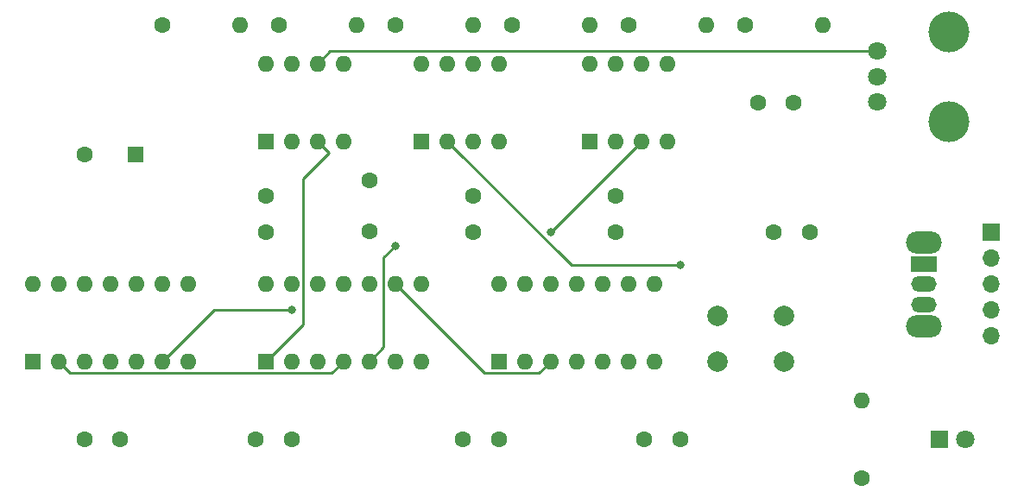
<source format=gbr>
%TF.GenerationSoftware,KiCad,Pcbnew,(7.0.0)*%
%TF.CreationDate,2023-05-14T14:46:27-04:00*%
%TF.ProjectId,8bc_clock,3862635f-636c-46f6-936b-2e6b69636164,rev?*%
%TF.SameCoordinates,Original*%
%TF.FileFunction,Copper,L4,Bot*%
%TF.FilePolarity,Positive*%
%FSLAX46Y46*%
G04 Gerber Fmt 4.6, Leading zero omitted, Abs format (unit mm)*
G04 Created by KiCad (PCBNEW (7.0.0)) date 2023-05-14 14:46:27*
%MOMM*%
%LPD*%
G01*
G04 APERTURE LIST*
%TA.AperFunction,ComponentPad*%
%ADD10C,2.000000*%
%TD*%
%TA.AperFunction,ComponentPad*%
%ADD11R,1.800000X1.800000*%
%TD*%
%TA.AperFunction,ComponentPad*%
%ADD12C,1.800000*%
%TD*%
%TA.AperFunction,ComponentPad*%
%ADD13C,1.600000*%
%TD*%
%TA.AperFunction,ComponentPad*%
%ADD14O,1.600000X1.600000*%
%TD*%
%TA.AperFunction,ComponentPad*%
%ADD15R,1.600000X1.600000*%
%TD*%
%TA.AperFunction,WasherPad*%
%ADD16C,4.000000*%
%TD*%
%TA.AperFunction,ComponentPad*%
%ADD17O,3.500000X2.200000*%
%TD*%
%TA.AperFunction,ComponentPad*%
%ADD18R,2.500000X1.500000*%
%TD*%
%TA.AperFunction,ComponentPad*%
%ADD19O,2.500000X1.500000*%
%TD*%
%TA.AperFunction,ComponentPad*%
%ADD20R,1.700000X1.700000*%
%TD*%
%TA.AperFunction,ComponentPad*%
%ADD21O,1.700000X1.700000*%
%TD*%
%TA.AperFunction,ViaPad*%
%ADD22C,0.800000*%
%TD*%
%TA.AperFunction,Conductor*%
%ADD23C,0.250000*%
%TD*%
G04 APERTURE END LIST*
D10*
%TO.P,SW2,1*%
%TO.N,GND*%
X153520000Y-92020000D03*
X160020000Y-92020000D03*
%TO.P,SW2,2*%
%TO.N,Net-(U2-TR)*%
X153520000Y-96520000D03*
X160020000Y-96520000D03*
%TD*%
D11*
%TO.P,D1,1,K*%
%TO.N,Net-(D1-K)*%
X175259999Y-104139999D03*
D12*
%TO.P,D1,2,A*%
%TO.N,CLK*%
X177800000Y-104140000D03*
%TD*%
D13*
%TO.P,R1,1*%
%TO.N,+5V*%
X99060000Y-63500000D03*
D14*
%TO.P,R1,2*%
%TO.N,Net-(U1-DIS)*%
X106679999Y-63499999D03*
%TD*%
D15*
%TO.P,U1,1,GND*%
%TO.N,GND*%
X109219999Y-74919999D03*
D14*
%TO.P,U1,2,TR*%
%TO.N,Net-(U1-THR)*%
X111759999Y-74919999D03*
%TO.P,U1,3,Q*%
%TO.N,Net-(U1-Q)*%
X114299999Y-74919999D03*
%TO.P,U1,4,R*%
%TO.N,+5V*%
X116839999Y-74919999D03*
%TO.P,U1,5,CV*%
%TO.N,Net-(U1-CV)*%
X116839999Y-67299999D03*
%TO.P,U1,6,THR*%
%TO.N,Net-(U1-THR)*%
X114299999Y-67299999D03*
%TO.P,U1,7,DIS*%
%TO.N,Net-(U1-DIS)*%
X111759999Y-67299999D03*
%TO.P,U1,8,VCC*%
%TO.N,+5V*%
X109219999Y-67299999D03*
%TD*%
D13*
%TO.P,C7,1*%
%TO.N,+5V*%
X132080000Y-104140000D03*
%TO.P,C7,2*%
%TO.N,GND*%
X128580000Y-104140000D03*
%TD*%
%TO.P,C5,1*%
%TO.N,Net-(U3-CV)*%
X157480000Y-71120000D03*
%TO.P,C5,2*%
%TO.N,GND*%
X160980000Y-71120000D03*
%TD*%
D15*
%TO.P,C2,1*%
%TO.N,Net-(U1-THR)*%
X96439999Y-76199999D03*
D13*
%TO.P,C2,2*%
%TO.N,GND*%
X91440000Y-76200000D03*
%TD*%
%TO.P,C4,1*%
%TO.N,Net-(U2-DIS)*%
X129540000Y-80320000D03*
%TO.P,C4,2*%
%TO.N,GND*%
X129540000Y-83820000D03*
%TD*%
%TO.P,C3,1*%
%TO.N,Net-(U2-CV)*%
X159060000Y-83820000D03*
%TO.P,C3,2*%
%TO.N,GND*%
X162560000Y-83820000D03*
%TD*%
%TO.P,C10,1*%
%TO.N,GND*%
X149860000Y-104140000D03*
%TO.P,C10,2*%
%TO.N,+5V*%
X146360000Y-104140000D03*
%TD*%
D16*
%TO.P,RV1,*%
%TO.N,*%
X176210000Y-64180000D03*
X176210000Y-72980000D03*
D12*
%TO.P,RV1,1,1*%
%TO.N,unconnected-(RV1-Pad1)*%
X169210000Y-71080000D03*
%TO.P,RV1,2,2*%
%TO.N,Net-(R2-Pad2)*%
X169210000Y-68580000D03*
%TO.P,RV1,3,3*%
%TO.N,Net-(U1-THR)*%
X169210000Y-66080000D03*
%TD*%
D17*
%TO.P,SW1,*%
%TO.N,*%
X173764999Y-84829999D03*
X173764999Y-93029999D03*
D18*
%TO.P,SW1,1,A*%
%TO.N,Net-(SW1-A)*%
X173764999Y-86929999D03*
D19*
%TO.P,SW1,2,B*%
%TO.N,GND*%
X173764999Y-88929999D03*
%TO.P,SW1,3,C*%
%TO.N,Net-(SW1-C)*%
X173764999Y-90929999D03*
%TD*%
D13*
%TO.P,C6,1*%
%TO.N,+5V*%
X143520000Y-83820000D03*
%TO.P,C6,2*%
%TO.N,GND*%
X143520000Y-80320000D03*
%TD*%
%TO.P,R3,1*%
%TO.N,+5V*%
X121920000Y-63500000D03*
D14*
%TO.P,R3,2*%
%TO.N,Net-(U2-DIS)*%
X129539999Y-63499999D03*
%TD*%
D15*
%TO.P,U5,1*%
%TO.N,Net-(U1-Q)*%
X109219999Y-96519999D03*
D14*
%TO.P,U5,2*%
%TO.N,Net-(U3-Q)*%
X111759999Y-96519999D03*
%TO.P,U5,3*%
%TO.N,Net-(U5-Pad3)*%
X114299999Y-96519999D03*
%TO.P,U5,4*%
%TO.N,Net-(U4-Pad2)*%
X116839999Y-96519999D03*
%TO.P,U5,5*%
%TO.N,Net-(U2-Q)*%
X119379999Y-96519999D03*
%TO.P,U5,6*%
%TO.N,Net-(U5-Pad6)*%
X121919999Y-96519999D03*
%TO.P,U5,7,GND*%
%TO.N,GND*%
X124459999Y-96519999D03*
%TO.P,U5,8*%
%TO.N,CLK*%
X124459999Y-88899999D03*
%TO.P,U5,9*%
%TO.N,Net-(U5-Pad9)*%
X121919999Y-88899999D03*
%TO.P,U5,10*%
%TO.N,Net-(U4-Pad6)*%
X119379999Y-88899999D03*
%TO.P,U5,11*%
%TO.N,unconnected-(U5-Pad11)*%
X116839999Y-88899999D03*
%TO.P,U5,12*%
%TO.N,unconnected-(U5-Pad12)*%
X114299999Y-88899999D03*
%TO.P,U5,13*%
%TO.N,unconnected-(U5-Pad13)*%
X111759999Y-88899999D03*
%TO.P,U5,14,VCC*%
%TO.N,+5V*%
X109219999Y-88899999D03*
%TD*%
D13*
%TO.P,R6,1*%
%TO.N,+5V*%
X156210000Y-63500000D03*
D14*
%TO.P,R6,2*%
%TO.N,Net-(SW1-C)*%
X163829999Y-63499999D03*
%TD*%
D13*
%TO.P,C9,1*%
%TO.N,GND*%
X94940000Y-104140000D03*
%TO.P,C9,2*%
%TO.N,+5V*%
X91440000Y-104140000D03*
%TD*%
%TO.P,R5,1*%
%TO.N,+5V*%
X144780000Y-63500000D03*
D14*
%TO.P,R5,2*%
%TO.N,Net-(SW1-A)*%
X152399999Y-63499999D03*
%TD*%
D13*
%TO.P,R4,1*%
%TO.N,+5V*%
X133350000Y-63500000D03*
D14*
%TO.P,R4,2*%
%TO.N,Net-(U2-TR)*%
X140969999Y-63499999D03*
%TD*%
D15*
%TO.P,U3,1,GND*%
%TO.N,GND*%
X140979999Y-74919999D03*
D14*
%TO.P,U3,2,TR*%
%TO.N,Net-(SW1-A)*%
X143519999Y-74919999D03*
%TO.P,U3,3,Q*%
%TO.N,Net-(U3-Q)*%
X146059999Y-74919999D03*
%TO.P,U3,4,R*%
%TO.N,Net-(SW1-C)*%
X148599999Y-74919999D03*
%TO.P,U3,5,CV*%
%TO.N,Net-(U3-CV)*%
X148599999Y-67299999D03*
%TO.P,U3,6,THR*%
%TO.N,GND*%
X146059999Y-67299999D03*
%TO.P,U3,7,DIS*%
%TO.N,unconnected-(U3-DIS-Pad7)*%
X143519999Y-67299999D03*
%TO.P,U3,8,VCC*%
%TO.N,+5V*%
X140979999Y-67299999D03*
%TD*%
D13*
%TO.P,C1,1*%
%TO.N,Net-(U1-CV)*%
X119380000Y-78740000D03*
%TO.P,C1,2*%
%TO.N,GND*%
X119380000Y-83740000D03*
%TD*%
%TO.P,C8,1*%
%TO.N,+5V*%
X109220000Y-83820000D03*
%TO.P,C8,2*%
%TO.N,GND*%
X109220000Y-80320000D03*
%TD*%
%TO.P,R7,1*%
%TO.N,GND*%
X167640000Y-107950000D03*
D14*
%TO.P,R7,2*%
%TO.N,Net-(D1-K)*%
X167639999Y-100329999D03*
%TD*%
D20*
%TO.P,J1,1,Pin_1*%
%TO.N,+5V*%
X180364999Y-83849999D03*
D21*
%TO.P,J1,2,Pin_2*%
%TO.N,GND*%
X180364999Y-86389999D03*
%TO.P,J1,3,Pin_3*%
%TO.N,CLK*%
X180364999Y-88929999D03*
%TO.P,J1,4,Pin_4*%
%TO.N,!CLK*%
X180364999Y-91469999D03*
%TO.P,J1,5,Pin_5*%
%TO.N,HLT*%
X180364999Y-94009999D03*
%TD*%
D13*
%TO.P,R2,1*%
%TO.N,Net-(U1-DIS)*%
X110490000Y-63500000D03*
D14*
%TO.P,R2,2*%
%TO.N,Net-(R2-Pad2)*%
X118109999Y-63499999D03*
%TD*%
D15*
%TO.P,U6,1*%
%TO.N,Net-(U5-Pad3)*%
X132079999Y-96519999D03*
D14*
%TO.P,U6,2*%
%TO.N,Net-(U5-Pad6)*%
X134619999Y-96519999D03*
%TO.P,U6,3*%
%TO.N,Net-(U5-Pad9)*%
X137159999Y-96519999D03*
%TO.P,U6,4*%
%TO.N,unconnected-(U6-Pad4)*%
X139699999Y-96519999D03*
%TO.P,U6,5*%
%TO.N,unconnected-(U6-Pad5)*%
X142239999Y-96519999D03*
%TO.P,U6,6*%
%TO.N,unconnected-(U6-Pad6)*%
X144779999Y-96519999D03*
%TO.P,U6,7,GND*%
%TO.N,GND*%
X147319999Y-96519999D03*
%TO.P,U6,8*%
%TO.N,unconnected-(U6-Pad8)*%
X147319999Y-88899999D03*
%TO.P,U6,9*%
%TO.N,unconnected-(U6-Pad9)*%
X144779999Y-88899999D03*
%TO.P,U6,10*%
%TO.N,unconnected-(U6-Pad10)*%
X142239999Y-88899999D03*
%TO.P,U6,11*%
%TO.N,unconnected-(U6-Pad11)*%
X139699999Y-88899999D03*
%TO.P,U6,12*%
%TO.N,unconnected-(U6-Pad12)*%
X137159999Y-88899999D03*
%TO.P,U6,13*%
%TO.N,unconnected-(U6-Pad13)*%
X134619999Y-88899999D03*
%TO.P,U6,14,VCC*%
%TO.N,+5V*%
X132079999Y-88899999D03*
%TD*%
D13*
%TO.P,C11,1*%
%TO.N,GND*%
X111760000Y-104140000D03*
%TO.P,C11,2*%
%TO.N,+5V*%
X108260000Y-104140000D03*
%TD*%
D15*
%TO.P,U2,1,GND*%
%TO.N,GND*%
X124479999Y-74919999D03*
D14*
%TO.P,U2,2,TR*%
%TO.N,Net-(U2-TR)*%
X127019999Y-74919999D03*
%TO.P,U2,3,Q*%
%TO.N,Net-(U2-Q)*%
X129559999Y-74919999D03*
%TO.P,U2,4,R*%
%TO.N,+5V*%
X132099999Y-74919999D03*
%TO.P,U2,5,CV*%
%TO.N,Net-(U2-CV)*%
X132099999Y-67299999D03*
%TO.P,U2,6,THR*%
%TO.N,Net-(U2-DIS)*%
X129559999Y-67299999D03*
%TO.P,U2,7,DIS*%
X127019999Y-67299999D03*
%TO.P,U2,8,VCC*%
%TO.N,+5V*%
X124479999Y-67299999D03*
%TD*%
D15*
%TO.P,U4,1*%
%TO.N,Net-(U3-Q)*%
X86359999Y-96519999D03*
D14*
%TO.P,U4,2*%
%TO.N,Net-(U4-Pad2)*%
X88899999Y-96519999D03*
%TO.P,U4,3*%
%TO.N,CLK*%
X91439999Y-96519999D03*
%TO.P,U4,4*%
%TO.N,!CLK*%
X93979999Y-96519999D03*
%TO.P,U4,5*%
%TO.N,HLT*%
X96519999Y-96519999D03*
%TO.P,U4,6*%
%TO.N,Net-(U4-Pad6)*%
X99059999Y-96519999D03*
%TO.P,U4,7,GND*%
%TO.N,GND*%
X101599999Y-96519999D03*
%TO.P,U4,8*%
%TO.N,unconnected-(U4-Pad8)*%
X101599999Y-88899999D03*
%TO.P,U4,9*%
%TO.N,unconnected-(U4-Pad9)*%
X99059999Y-88899999D03*
%TO.P,U4,10*%
%TO.N,unconnected-(U4-Pad10)*%
X96519999Y-88899999D03*
%TO.P,U4,11*%
%TO.N,unconnected-(U4-Pad11)*%
X93979999Y-88899999D03*
%TO.P,U4,12*%
%TO.N,unconnected-(U4-Pad12)*%
X91439999Y-88899999D03*
%TO.P,U4,13*%
%TO.N,unconnected-(U4-Pad13)*%
X88899999Y-88899999D03*
%TO.P,U4,14,VCC*%
%TO.N,+5V*%
X86359999Y-88899999D03*
%TD*%
D22*
%TO.N,Net-(U2-TR)*%
X149860000Y-87084500D03*
%TO.N,Net-(U2-Q)*%
X121920000Y-85185500D03*
%TO.N,Net-(U3-Q)*%
X137160000Y-83820000D03*
%TO.N,Net-(U4-Pad6)*%
X111760000Y-91440000D03*
%TD*%
D23*
%TO.N,Net-(U1-THR)*%
X115520000Y-66080000D02*
X114300000Y-67300000D01*
X169210000Y-66080000D02*
X115520000Y-66080000D01*
%TO.N,Net-(U2-TR)*%
X149860000Y-87084500D02*
X139184500Y-87084500D01*
X139184500Y-87084500D02*
X127020000Y-74920000D01*
%TO.N,Net-(U1-Q)*%
X115425000Y-76045000D02*
X112885000Y-78585000D01*
X114300000Y-74920000D02*
X115425000Y-76045000D01*
X112885000Y-92855000D02*
X109220000Y-96520000D01*
X112885000Y-78585000D02*
X112885000Y-92855000D01*
%TO.N,Net-(U2-Q)*%
X121920000Y-85185500D02*
X120795000Y-86310500D01*
X120795000Y-95105000D02*
X119380000Y-96520000D01*
X120795000Y-86310500D02*
X120795000Y-95105000D01*
%TO.N,Net-(U3-Q)*%
X146060000Y-74920000D02*
X137160000Y-83820000D01*
%TO.N,Net-(U4-Pad2)*%
X88900000Y-96520000D02*
X90025000Y-97645000D01*
X90025000Y-97645000D02*
X115715000Y-97645000D01*
X115715000Y-97645000D02*
X116840000Y-96520000D01*
%TO.N,Net-(U4-Pad6)*%
X99060000Y-96520000D02*
X104140000Y-91440000D01*
X104140000Y-91440000D02*
X111760000Y-91440000D01*
%TO.N,Net-(U5-Pad9)*%
X121920000Y-88900000D02*
X130665000Y-97645000D01*
X136035000Y-97645000D02*
X137160000Y-96520000D01*
X130665000Y-97645000D02*
X136035000Y-97645000D01*
%TD*%
M02*

</source>
